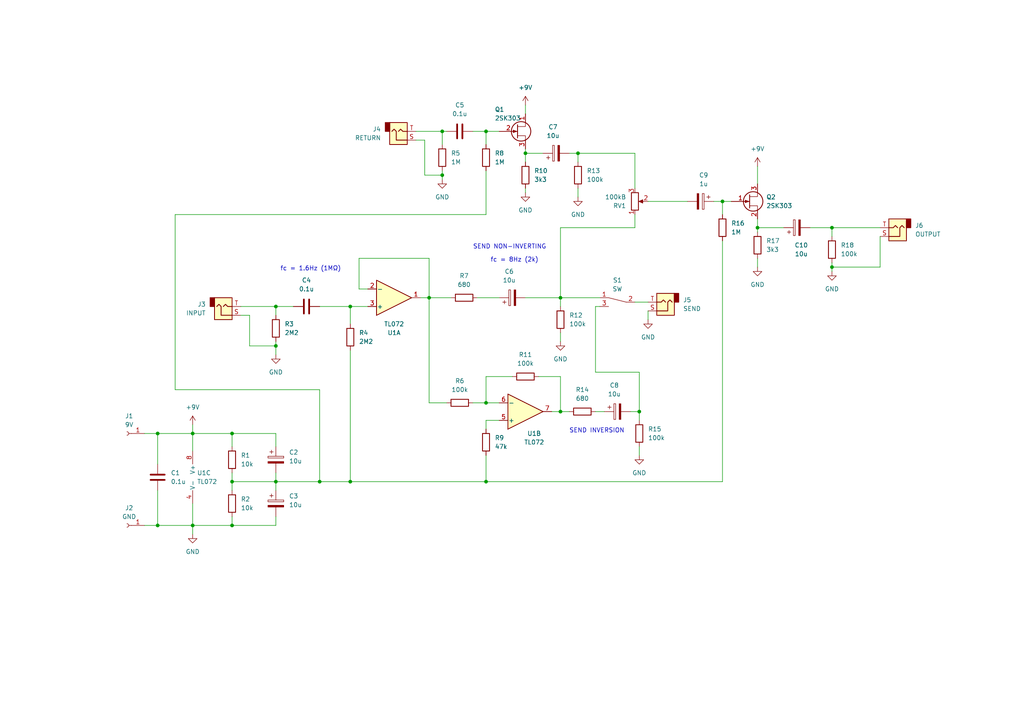
<source format=kicad_sch>
(kicad_sch (version 20211123) (generator eeschema)
  (paper "A4")
  (title_block (title "BLENDER") (date "2023-09-10") (rev "1.1") (company "ARAGI (101010.fun)"))
  (lib_symbols
    (symbol "Amplifier_Operational:TL072" (pin_names (offset 0.127))
      (property "Reference" "U" (at 0 5.08 0))
      (property "Value" "TL072" (at 0 -5.08 0))
      (symbol "TL072_1_1"
        (polyline (pts (xy -5.08 5.08) (xy 5.08 0) (xy -5.08 -5.08) (xy -5.08 5.08)) (stroke (width 0.254)) (fill (type background)))
        (pin output line (at 7.62 0 180) (length 2.54) (name "~") (number "1"))
        (pin input line (at -7.62 -2.54 0) (length 2.54) (name "-") (number "2"))
        (pin input line (at -7.62 2.54 0) (length 2.54) (name "+") (number "3"))
      )
      (symbol "TL072_2_1"
        (polyline (pts (xy -5.08 5.08) (xy 5.08 0) (xy -5.08 -5.08) (xy -5.08 5.08)) (stroke (width 0.254)) (fill (type background)))
        (pin input line (at -7.62 2.54 0) (length 2.54) (name "+") (number "5"))
        (pin input line (at -7.62 -2.54 0) (length 2.54) (name "-") (number "6"))
        (pin output line (at 7.62 0 180) (length 2.54) (name "~") (number "7"))
      )
      (symbol "TL072_3_1"
        (pin power_in line (at -2.54 -7.62 90) (length 3.81) (name "V-") (number "4"))
        (pin power_in line (at -2.54 7.62 270) (length 3.81) (name "V+") (number "8"))
      )
    )
    (symbol "Connector:AudioJack2"
      (property "Reference" "J" (at 0 8.89 0))
      (property "Value" "AudioJack2" (at 0 6.35 0))
      (symbol "AudioJack2_0_1"
        (rectangle (start -3.81 0) (end -2.54 -2.54) (stroke (width 0.254)) (fill (type outline)))
        (rectangle (start -2.54 3.81) (end 2.54 -2.54) (stroke (width 0.254)) (fill (type background)))
        (polyline (pts (xy 0 0) (xy 0.635 -0.635) (xy 1.27 0) (xy 2.54 0)) (stroke (width 0.254)))
        (polyline (pts (xy 2.54 2.54) (xy -0.635 2.54) (xy -0.635 0) (xy -1.27 -0.635) (xy -1.905 0)) (stroke (width 0.254)))
      )
      (symbol "AudioJack2_1_1"
        (pin passive line (at 5.08 2.54 180) (length 2.54) (name "~") (number "S"))
        (pin passive line (at 5.08 0 180) (length 2.54) (name "~") (number "T"))
      )
    )
    (symbol "Connector:Conn_01x01_Female" (pin_names (offset 1.016) hide)
      (property "Reference" "J" (at 0 2.54 0))
      (property "Value" "Conn_01x01_Female" (at 0 -2.54 0))
      (symbol "Conn_01x01_Female_1_1"
        (polyline (pts (xy -1.27 0) (xy -0.508 0)) (stroke (width 0.1524)))
        (arc (start 0 0.508) (mid -0.508 0) (end 0 -0.508) (stroke (width 0.1524)))
        (pin passive line (at -5.08 0 0) (length 3.81) (name "Pin_1") (number "1"))
      )
    )
    (symbol "Device:C" (pin_numbers hide) (pin_names (offset 0.254))
      (property "Reference" "C" (at 0.635 2.54 0))
      (property "Value" "C" (at 0.635 -2.54 0))
      (symbol "C_0_1"
        (polyline (pts (xy -2.032 -0.762) (xy 2.032 -0.762)) (stroke (width 0.508)))
        (polyline (pts (xy -2.032 0.762) (xy 2.032 0.762)) (stroke (width 0.508)))
      )
      (symbol "C_1_1"
        (pin passive line (at 0 3.81 270) (length 2.794) (name "~") (number "1"))
        (pin passive line (at 0 -3.81 90) (length 2.794) (name "~") (number "2"))
      )
    )
    (symbol "Device:C_Polarized" (pin_numbers hide) (pin_names (offset 0.254))
      (property "Reference" "C" (at 0.635 2.54 0))
      (property "Value" "C_Polarized" (at 0.635 -2.54 0))
      (symbol "C_Polarized_0_1"
        (rectangle (start -2.286 0.508) (end 2.286 1.016))
        (polyline (pts (xy -1.778 2.286) (xy -0.762 2.286)))
        (polyline (pts (xy -1.27 2.794) (xy -1.27 1.778)))
        (rectangle (start 2.286 -0.508) (end -2.286 -1.016) (fill (type outline)))
      )
      (symbol "C_Polarized_1_1"
        (pin passive line (at 0 3.81 270) (length 2.794) (name "~") (number "1"))
        (pin passive line (at 0 -3.81 90) (length 2.794) (name "~") (number "2"))
      )
    )
    (symbol "Device:Q_NJFET_DGS" (pin_names (offset 0) hide)
      (property "Reference" "Q" (at 5.08 1.27 0))
      (property "Value" "Q_NJFET_DGS" (at 5.08 -1.27 0))
      (symbol "Q_NJFET_DGS_0_1"
        (polyline (pts (xy 0.254 1.905) (xy 0.254 -1.905) (xy 0.254 -1.905)) (stroke (width 0.254)))
        (polyline (pts (xy 2.54 -2.54) (xy 2.54 -1.27) (xy 0.254 -1.27)))
        (polyline (pts (xy 2.54 2.54) (xy 2.54 1.397) (xy 0.254 1.397)))
        (polyline (pts (xy 0 0) (xy -1.016 0.381) (xy -1.016 -0.381) (xy 0 0)) (fill (type outline)))
        (circle (center 1.27 0) (radius 2.8194) (stroke (width 0.254)))
      )
      (symbol "Q_NJFET_DGS_1_1"
        (pin passive line (at 2.54 5.08 270) (length 2.54) (name "D") (number "1"))
        (pin input line (at -5.08 0 0) (length 5.334) (name "G") (number "2"))
        (pin passive line (at 2.54 -5.08 90) (length 2.54) (name "S") (number "3"))
      )
    )
    (symbol "Device:Q_NJFET_GSD" (pin_names (offset 0) hide)
      (property "Reference" "Q" (at 5.08 1.27 0))
      (property "Value" "Q_NJFET_GSD" (at 5.08 -1.27 0))
      (symbol "Q_NJFET_GSD_0_1"
        (polyline (pts (xy 0.254 1.905) (xy 0.254 -1.905) (xy 0.254 -1.905)) (stroke (width 0.254)))
        (polyline (pts (xy 2.54 -2.54) (xy 2.54 -1.27) (xy 0.254 -1.27)))
        (polyline (pts (xy 2.54 2.54) (xy 2.54 1.397) (xy 0.254 1.397)))
        (polyline (pts (xy 0 0) (xy -1.016 0.381) (xy -1.016 -0.381) (xy 0 0)) (fill (type outline)))
        (circle (center 1.27 0) (radius 2.8194) (stroke (width 0.254)))
      )
      (symbol "Q_NJFET_GSD_1_1"
        (pin input line (at -5.08 0 0) (length 5.334) (name "G") (number "1"))
        (pin passive line (at 2.54 -5.08 90) (length 2.54) (name "S") (number "2"))
        (pin passive line (at 2.54 5.08 270) (length 2.54) (name "D") (number "3"))
      )
    )
    (symbol "Device:R" (pin_numbers hide) (pin_names (offset 0))
      (property "Reference" "R" (at 2.032 0 90))
      (property "Value" "R" (at 0 0 90))
      (symbol "R_0_1"
        (rectangle (start -1.016 -2.54) (end 1.016 2.54) (stroke (width 0.254)))
      )
      (symbol "R_1_1"
        (pin passive line (at 0 3.81 270) (length 1.27) (name "~") (number "1"))
        (pin passive line (at 0 -3.81 90) (length 1.27) (name "~") (number "2"))
      )
    )
    (symbol "Device:R_Potentiometer" (pin_names (offset 1.016) hide)
      (property "Reference" "RV" (at -4.445 0 90))
      (property "Value" "R_Potentiometer" (at -2.54 0 90))
      (symbol "R_Potentiometer_0_1"
        (polyline (pts (xy 2.54 0) (xy 1.524 0)))
        (polyline (pts (xy 1.143 0) (xy 2.286 0.508) (xy 2.286 -0.508) (xy 1.143 0)) (fill (type outline)))
        (rectangle (start 1.016 2.54) (end -1.016 -2.54) (stroke (width 0.254)))
      )
      (symbol "R_Potentiometer_1_1"
        (pin passive line (at 0 3.81 270) (length 1.27) (name "1") (number "1"))
        (pin passive line (at 3.81 0 180) (length 1.27) (name "2") (number "2"))
        (pin passive line (at 0 -3.81 90) (length 1.27) (name "3") (number "3"))
      )
    )
    (symbol "SparkFun-Switches:SWITCH_TOGGLE_SPST_RIGHT_ANGLE" (pin_names (offset 1.016))
      (property "Reference" "S" (at 0 -2.54 0))
      (property "Value" "SWITCH_TOGGLE_SPST_RIGHT_ANGLE" (at 0 3.81 0))
      (symbol "SWITCH_TOGGLE_SPST_RIGHT_ANGLE_0_1"
        (polyline (pts (xy -2.54 0) (xy 2.54 1.27)))
      )
      (symbol "SWITCH_TOGGLE_SPST_RIGHT_ANGLE_1_1"
        (pin output line (at 5.08 1.27 180) (length 2.54) (name "~") (number "1"))
        (pin input line (at -5.08 0 0) (length 2.54) (name "~") (number "2"))
        (pin output line (at 5.08 -1.27 180) (length 2.54) (name "~") (number "3"))
      )
    )
    (symbol "power:+9V" (power) (pin_names (offset 0))
      (property "Value" "+9V" (at 0 3.556 0))
      (symbol "+9V_0_1"
        (polyline (pts (xy -0.762 1.27) (xy 0 2.54)))
        (polyline (pts (xy 0 0) (xy 0 2.54)))
        (polyline (pts (xy 0 2.54) (xy 0.762 1.27)))
      )
      (symbol "+9V_1_1"
        (pin power_in line (at 0 0 90) (length 0) hide (name "+9V") (number "1"))
      )
    )
    (symbol "power:GND" (power) (pin_names (offset 0))
      (property "Value" "GND" (at 0 -3.81 0))
      (symbol "GND_0_1"
        (polyline (pts (xy 0 0) (xy 0 -1.27) (xy 1.27 -1.27) (xy 0 -2.54) (xy -1.27 -1.27) (xy 0 -1.27)))
      )
      (symbol "GND_1_1"
        (pin power_in line (at 0 0 270) (length 0) hide (name "GND") (number "1"))
      )
    )
  )
  (junction (at 167.64 44.45))
  (junction (at 80.01 100.33))
  (junction (at 185.42 119.38))
  (junction (at 209.55 58.42))
  (junction (at 92.71 139.7))
  (junction (at 152.4 44.45))
  (junction (at 219.71 66.04))
  (junction (at 55.88 152.4))
  (junction (at 128.27 50.8))
  (junction (at 162.56 86.36))
  (junction (at 140.97 139.7))
  (junction (at 55.88 125.73))
  (junction (at 101.6 88.9))
  (junction (at 45.72 152.4))
  (junction (at 140.97 116.84))
  (junction (at 67.31 139.7))
  (junction (at 241.3 77.47))
  (junction (at 101.6 139.7))
  (junction (at 67.31 152.4))
  (junction (at 162.56 119.38))
  (junction (at 140.97 38.1))
  (junction (at 80.01 139.7))
  (junction (at 128.27 38.1))
  (junction (at 80.01 88.9))
  (junction (at 124.46 86.36))
  (junction (at 67.31 125.73))
  (junction (at 241.3 66.04))
  (junction (at 45.72 125.73))
  (wire (pts (xy 162.56 96.52) (xy 162.56 99.06)))
  (wire (pts (xy 67.31 149.86) (xy 67.31 152.4)))
  (wire (pts (xy 184.15 66.04) (xy 184.15 62.23)))
  (wire (pts (xy 128.27 38.1) (xy 129.54 38.1)))
  (wire (pts (xy 123.19 50.8) (xy 128.27 50.8)))
  (wire (pts (xy 144.78 121.92) (xy 140.97 121.92)))
  (wire (pts (xy 45.72 142.24) (xy 45.72 152.4)))
  (wire (pts (xy 80.01 88.9) (xy 80.01 91.44)))
  (wire (pts (xy 80.01 149.86) (xy 80.01 152.4)))
  (wire (pts (xy 184.15 87.63) (xy 187.96 87.63)))
  (wire (pts (xy 234.95 66.04) (xy 241.3 66.04)))
  (wire (pts (xy 219.71 66.04) (xy 219.71 67.31)))
  (wire (pts (xy 162.56 109.22) (xy 162.56 119.38)))
  (wire (pts (xy 162.56 86.36) (xy 162.56 66.04)))
  (wire (pts (xy 137.16 38.1) (xy 140.97 38.1)))
  (wire (pts (xy 69.85 88.9) (xy 80.01 88.9)))
  (wire (pts (xy 172.72 119.38) (xy 175.26 119.38)))
  (wire (pts (xy 67.31 152.4) (xy 80.01 152.4)))
  (wire (pts (xy 241.3 66.04) (xy 255.27 66.04)))
  (wire (pts (xy 140.97 38.1) (xy 144.78 38.1)))
  (wire (pts (xy 124.46 86.36) (xy 121.92 86.36)))
  (wire (pts (xy 138.43 86.36) (xy 144.78 86.36)))
  (wire (pts (xy 80.01 139.7) (xy 80.01 142.24)))
  (wire (pts (xy 85.09 88.9) (xy 80.01 88.9)))
  (wire (pts (xy 50.8 113.03) (xy 92.71 113.03)))
  (wire (pts (xy 67.31 139.7) (xy 80.01 139.7)))
  (wire (pts (xy 104.14 83.82) (xy 104.14 74.93)))
  (wire (pts (xy 185.42 107.95) (xy 185.42 119.38)))
  (wire (pts (xy 55.88 125.73) (xy 45.72 125.73)))
  (wire (pts (xy 128.27 49.53) (xy 128.27 50.8)))
  (wire (pts (xy 172.72 88.9) (xy 173.99 88.9)))
  (wire (pts (xy 101.6 88.9) (xy 101.6 93.98)))
  (wire (pts (xy 152.4 44.45) (xy 157.48 44.45)))
  (wire (pts (xy 69.85 91.44) (xy 72.39 91.44)))
  (wire (pts (xy 167.64 44.45) (xy 184.15 44.45)))
  (wire (pts (xy 92.71 113.03) (xy 92.71 139.7)))
  (wire (pts (xy 67.31 139.7) (xy 67.31 142.24)))
  (wire (pts (xy 140.97 139.7) (xy 140.97 132.08)))
  (wire (pts (xy 101.6 139.7) (xy 140.97 139.7)))
  (wire (pts (xy 123.19 40.64) (xy 123.19 50.8)))
  (wire (pts (xy 140.97 116.84) (xy 140.97 109.22)))
  (wire (pts (xy 241.3 66.04) (xy 241.3 68.58)))
  (wire (pts (xy 80.01 125.73) (xy 67.31 125.73)))
  (wire (pts (xy 185.42 119.38) (xy 185.42 121.92)))
  (wire (pts (xy 167.64 44.45) (xy 167.64 46.99)))
  (wire (pts (xy 152.4 86.36) (xy 162.56 86.36)))
  (wire (pts (xy 162.56 66.04) (xy 184.15 66.04)))
  (wire (pts (xy 140.97 38.1) (xy 140.97 41.91)))
  (wire (pts (xy 162.56 119.38) (xy 160.02 119.38)))
  (wire (pts (xy 241.3 77.47) (xy 241.3 78.74)))
  (wire (pts (xy 124.46 74.93) (xy 124.46 86.36)))
  (wire (pts (xy 80.01 139.7) (xy 92.71 139.7)))
  (wire (pts (xy 67.31 125.73) (xy 67.31 129.54)))
  (wire (pts (xy 182.88 119.38) (xy 185.42 119.38)))
  (wire (pts (xy 41.91 152.4) (xy 45.72 152.4)))
  (wire (pts (xy 120.65 38.1) (xy 128.27 38.1)))
  (wire (pts (xy 140.97 116.84) (xy 144.78 116.84)))
  (wire (pts (xy 187.96 58.42) (xy 199.39 58.42)))
  (wire (pts (xy 80.01 129.54) (xy 80.01 125.73)))
  (wire (pts (xy 55.88 146.05) (xy 55.88 152.4)))
  (wire (pts (xy 92.71 88.9) (xy 101.6 88.9)))
  (wire (pts (xy 219.71 63.5) (xy 219.71 66.04)))
  (wire (pts (xy 219.71 66.04) (xy 227.33 66.04)))
  (wire (pts (xy 209.55 58.42) (xy 209.55 62.23)))
  (wire (pts (xy 55.88 125.73) (xy 55.88 130.81)))
  (wire (pts (xy 128.27 50.8) (xy 128.27 52.07)))
  (wire (pts (xy 187.96 90.17) (xy 187.96 92.71)))
  (wire (pts (xy 165.1 44.45) (xy 167.64 44.45)))
  (wire (pts (xy 172.72 107.95) (xy 185.42 107.95)))
  (wire (pts (xy 167.64 54.61) (xy 167.64 57.15)))
  (wire (pts (xy 255.27 68.58) (xy 255.27 77.47)))
  (wire (pts (xy 101.6 88.9) (xy 106.68 88.9)))
  (wire (pts (xy 152.4 44.45) (xy 152.4 46.99)))
  (wire (pts (xy 152.4 54.61) (xy 152.4 55.88)))
  (wire (pts (xy 92.71 139.7) (xy 101.6 139.7)))
  (wire (pts (xy 140.97 49.53) (xy 140.97 62.23)))
  (wire (pts (xy 80.01 137.16) (xy 80.01 139.7)))
  (wire (pts (xy 45.72 125.73) (xy 45.72 134.62)))
  (wire (pts (xy 72.39 100.33) (xy 80.01 100.33)))
  (wire (pts (xy 140.97 121.92) (xy 140.97 124.46)))
  (wire (pts (xy 152.4 43.18) (xy 152.4 44.45)))
  (wire (pts (xy 67.31 125.73) (xy 55.88 125.73)))
  (wire (pts (xy 124.46 86.36) (xy 124.46 116.84)))
  (wire (pts (xy 209.55 69.85) (xy 209.55 139.7)))
  (wire (pts (xy 209.55 58.42) (xy 212.09 58.42)))
  (wire (pts (xy 184.15 44.45) (xy 184.15 54.61)))
  (wire (pts (xy 185.42 129.54) (xy 185.42 132.08)))
  (wire (pts (xy 152.4 30.48) (xy 152.4 33.02)))
  (wire (pts (xy 55.88 123.19) (xy 55.88 125.73)))
  (wire (pts (xy 80.01 99.06) (xy 80.01 100.33)))
  (wire (pts (xy 219.71 74.93) (xy 219.71 77.47)))
  (wire (pts (xy 162.56 86.36) (xy 162.56 88.9)))
  (wire (pts (xy 207.01 58.42) (xy 209.55 58.42)))
  (wire (pts (xy 140.97 109.22) (xy 148.59 109.22)))
  (wire (pts (xy 106.68 83.82) (xy 104.14 83.82)))
  (wire (pts (xy 241.3 77.47) (xy 255.27 77.47)))
  (wire (pts (xy 137.16 116.84) (xy 140.97 116.84)))
  (wire (pts (xy 72.39 91.44) (xy 72.39 100.33)))
  (wire (pts (xy 140.97 62.23) (xy 50.8 62.23)))
  (wire (pts (xy 241.3 76.2) (xy 241.3 77.47)))
  (wire (pts (xy 50.8 62.23) (xy 50.8 113.03)))
  (wire (pts (xy 101.6 139.7) (xy 101.6 101.6)))
  (wire (pts (xy 55.88 152.4) (xy 67.31 152.4)))
  (wire (pts (xy 124.46 86.36) (xy 130.81 86.36)))
  (wire (pts (xy 104.14 74.93) (xy 124.46 74.93)))
  (wire (pts (xy 172.72 88.9) (xy 172.72 107.95)))
  (wire (pts (xy 140.97 139.7) (xy 209.55 139.7)))
  (wire (pts (xy 80.01 102.87) (xy 80.01 100.33)))
  (wire (pts (xy 67.31 137.16) (xy 67.31 139.7)))
  (wire (pts (xy 120.65 40.64) (xy 123.19 40.64)))
  (wire (pts (xy 162.56 119.38) (xy 165.1 119.38)))
  (wire (pts (xy 128.27 38.1) (xy 128.27 41.91)))
  (wire (pts (xy 45.72 152.4) (xy 55.88 152.4)))
  (wire (pts (xy 124.46 116.84) (xy 129.54 116.84)))
  (wire (pts (xy 219.71 48.26) (xy 219.71 53.34)))
  (wire (pts (xy 41.91 125.73) (xy 45.72 125.73)))
  (wire (pts (xy 156.21 109.22) (xy 162.56 109.22)))
  (wire (pts (xy 55.88 152.4) (xy 55.88 154.94)))
  (wire (pts (xy 162.56 86.36) (xy 173.99 86.36)))
  (text "SEND NON-INVERTING" (at 137.16 72.39 0) (effects (font (size 1.27 1.27)) (justify left bottom)))
  (text "fc = 1.6Hz (1MΩ)" (at 81.28 78.74 0) (effects (font (size 1.27 1.27)) (justify left bottom)))
  (text "SEND INVERSION" (at 165.1 125.73 0) (effects (font (size 1.27 1.27)) (justify left bottom)))
  (text "fc = 8Hz (2k)" (at 142.24 76.2 0) (effects (font (size 1.27 1.27)) (justify left bottom)))
  (symbol (lib_id "Device:R") (at 168.91 119.38 90) (unit 1)
    (property "Reference" "R14" (at 168.91 113.03 90))
    (property "Value" "680" (at 168.91 115.57 90))
    (property "Footprint" "My_Parts:R_Normal" (effects hide))
  )
  (symbol (lib_id "Device:R") (at 140.97 45.72 0) (unit 1)
    (property "Reference" "R8" (at 143.51 44.4499 0) (effects (justify left)))
    (property "Value" "1M" (at 143.51 46.9899 0) (effects (justify left)))
    (property "Footprint" "My_Parts:R_Normal" (effects hide))
  )
  (symbol (lib_id "power:+9V") (at 152.4 30.48 0) (unit 1)
    (property "Reference" "#PWR05" (effects hide))
    (property "Value" "+9V" (at 152.4 25.4 0))
  )
  (symbol (lib_id "Device:R") (at 219.71 71.12 0) (unit 1)
    (property "Reference" "R17" (at 222.25 69.8499 0) (effects (justify left)))
    (property "Value" "3k3" (at 222.25 72.3899 0) (effects (justify left)))
    (property "Footprint" "My_Parts:R_Normal" (effects hide))
  )
  (symbol (lib_id "power:GND") (at 80.01 102.87 0) (unit 1)
    (property "Reference" "#PWR03" (effects hide))
    (property "Value" "GND" (at 80.01 107.95 0))
  )
  (symbol (lib_id "Device:Q_NJFET_GSD") (at 217.17 58.42 0) (unit 1)
    (property "Reference" "Q2" (at 222.25 57.1499 0) (effects (justify left)))
    (property "Value" "2SK303" (at 222.25 59.6899 0) (effects (justify left)))
    (property "Footprint" "My_Parts:FET_GSD" (effects hide))
  )
  (symbol (lib_id "Device:R") (at 67.31 146.05 0) (unit 1)
    (property "Reference" "R2" (at 69.85 144.7799 0) (effects (justify left)))
    (property "Value" "10k" (at 69.85 147.3199 0) (effects (justify left)))
    (property "Footprint" "My_Parts:R_Normal" (effects hide))
  )
  (symbol (lib_id "Device:R") (at 140.97 128.27 0) (unit 1)
    (property "Reference" "R9" (at 143.51 126.9999 0) (effects (justify left)))
    (property "Value" "47k" (at 143.51 129.5399 0) (effects (justify left)))
    (property "Footprint" "My_Parts:R_Normal" (effects hide))
  )
  (symbol (lib_id "Device:R") (at 67.31 133.35 0) (unit 1)
    (property "Reference" "R1" (at 69.85 132.0799 0) (effects (justify left)))
    (property "Value" "10k" (at 69.85 134.6199 0) (effects (justify left)))
    (property "Footprint" "My_Parts:R_Normal" (effects hide))
  )
  (symbol (lib_id "Device:C_Polarized") (at 80.01 133.35 0) (unit 1)
    (property "Reference" "C2" (at 83.82 131.1909 0) (effects (justify left)))
    (property "Value" "10u" (at 83.82 133.7309 0) (effects (justify left)))
    (property "Footprint" "My_Parts:CP_5mm" (effects hide))
  )
  (symbol (lib_id "Device:C") (at 45.72 138.43 0) (unit 1)
    (property "Reference" "C1" (at 49.53 137.1599 0) (effects (justify left)))
    (property "Value" "0.1u" (at 49.53 139.6999 0) (effects (justify left)))
    (property "Footprint" "My_Parts:C_Poly_5mm" (effects hide))
  )
  (symbol (lib_id "Device:R") (at 167.64 50.8 180) (unit 1)
    (property "Reference" "R13" (at 170.18 49.5299 0) (effects (justify right)))
    (property "Value" "100k" (at 170.18 52.0699 0) (effects (justify right)))
  )
  (symbol (lib_id "Device:R") (at 101.6 97.79 0) (unit 1)
    (property "Reference" "R4" (at 104.14 96.5199 0) (effects (justify left)))
    (property "Value" "2M2" (at 104.14 99.0599 0) (effects (justify left)))
    (property "Footprint" "My_Parts:R_Normal" (effects hide))
  )
  (symbol (lib_id "Device:C_Polarized") (at 161.29 44.45 90) (unit 1)
    (property "Reference" "C7" (at 160.401 36.83 90))
    (property "Value" "10u" (at 160.401 39.37 90))
  )
  (symbol (lib_id "Amplifier_Operational:TL072") (at 152.4 119.38 0) (mirror x) (unit 2)
    (property "Reference" "U1" (at 154.94 125.73 0))
    (property "Value" "TL072" (at 154.94 128.27 0))
    (property "Footprint" "My_Parts:DIP-8" (effects hide))
    (property "Datasheet" "http://www.ti.com/lit/ds/symlink/tl071.pdf" (effects hide))
  )
  (symbol (lib_id "power:GND") (at 55.88 154.94 0) (unit 1)
    (property "Reference" "#PWR02" (effects hide))
    (property "Value" "GND" (at 55.88 160.02 0))
  )
  (symbol (lib_id "SparkFun-Switches:SWITCH_TOGGLE_SPST_RIGHT_ANGLE") (at 179.07 87.63 0) (mirror y) (unit 1)
    (property "Reference" "S1" (at 179.07 81.28 0))
    (property "Value" "SW" (at 179.07 83.82 0))
    (property "Field4" "PRT-13888" (effects hide))
  )
  (symbol (lib_id "Device:C") (at 133.35 38.1 90) (unit 1)
    (property "Reference" "C5" (at 133.35 30.48 90))
    (property "Value" "0.1u" (at 133.35 33.02 90))
    (property "Footprint" "My_Parts:C_Poly_5mm" (effects hide))
  )
  (symbol (lib_id "Device:R") (at 162.56 92.71 0) (unit 1)
    (property "Reference" "R12" (at 165.1 91.4399 0) (effects (justify left)))
    (property "Value" "100k" (at 165.1 93.9799 0) (effects (justify left)))
    (property "Footprint" "My_Parts:R_Normal" (effects hide))
  )
  (symbol (lib_id "power:GND") (at 185.42 132.08 0) (unit 1)
    (property "Reference" "#PWR09" (effects hide))
    (property "Value" "GND" (at 185.42 137.16 0))
  )
  (symbol (lib_id "power:+9V") (at 55.88 123.19 0) (unit 1)
    (property "Reference" "#PWR01" (effects hide))
    (property "Value" "+9V" (at 55.88 118.11 0))
  )
  (symbol (lib_id "Device:R_Potentiometer") (at 184.15 58.42 0) (mirror x) (unit 1)
    (property "Reference" "RV1" (at 181.61 59.6901 0) (effects (justify right)))
    (property "Value" "100kB" (at 181.61 57.1501 0) (effects (justify right)))
    (property "Footprint" "My_Parts:POT_for_FuzzFace" (effects hide))
  )
  (symbol (lib_id "Device:Q_NJFET_DGS") (at 149.86 38.1 0) (unit 1)
    (property "Reference" "Q1" (at 143.51 31.75 0) (effects (justify left)))
    (property "Value" "2SK303" (at 143.51 34.29 0) (effects (justify left)))
    (property "Footprint" "My_Parts:FET_GSD" (effects hide))
  )
  (symbol (lib_id "Device:R") (at 128.27 45.72 0) (unit 1)
    (property "Reference" "R5" (at 130.81 44.4499 0) (effects (justify left)))
    (property "Value" "1M" (at 130.81 46.9899 0) (effects (justify left)))
    (property "Footprint" "My_Parts:R_Normal" (effects hide))
  )
  (symbol (lib_id "power:GND") (at 219.71 77.47 0) (unit 1)
    (property "Reference" "#PWR012" (effects hide))
    (property "Value" "GND" (at 219.71 82.55 0))
  )
  (symbol (lib_id "Device:C_Polarized") (at 80.01 146.05 0) (unit 1)
    (property "Reference" "C3" (at 83.82 143.8909 0) (effects (justify left)))
    (property "Value" "10u" (at 83.82 146.4309 0) (effects (justify left)))
    (property "Footprint" "My_Parts:CP_5mm" (effects hide))
  )
  (symbol (lib_id "Device:R") (at 185.42 125.73 0) (unit 1)
    (property "Reference" "R15" (at 187.96 124.4599 0) (effects (justify left)))
    (property "Value" "100k" (at 187.96 126.9999 0) (effects (justify left)))
    (property "Footprint" "My_Parts:R_Normal" (effects hide))
  )
  (symbol (lib_id "Connector:AudioJack2") (at 115.57 38.1 0) (mirror x) (unit 1)
    (property "Reference" "J4" (at 110.49 37.4649 0) (effects (justify right)))
    (property "Value" "RETURN" (at 110.49 40.0049 0) (effects (justify right)))
  )
  (symbol (lib_id "power:GND") (at 167.64 57.15 0) (unit 1)
    (property "Reference" "#PWR08" (effects hide))
    (property "Value" "GND" (at 167.64 62.23 0))
  )
  (symbol (lib_id "Connector:Conn_01x01_Female") (at 36.83 152.4 180) (unit 1)
    (property "Reference" "J2" (at 37.465 147.32 0))
    (property "Value" "GND" (at 37.465 149.86 0))
    (property "Footprint" "My_Parts:Header_Pin_1p" (effects hide))
  )
  (symbol (lib_id "Connector:AudioJack2") (at 260.35 66.04 180) (unit 1)
    (property "Reference" "J6" (at 265.43 65.4049 0) (effects (justify right)))
    (property "Value" "OUTPUT" (at 265.43 67.9449 0) (effects (justify right)))
  )
  (symbol (lib_id "Connector:Conn_01x01_Female") (at 36.83 125.73 180) (unit 1)
    (property "Reference" "J1" (at 37.465 120.65 0))
    (property "Value" "9V" (at 37.465 123.19 0))
    (property "Footprint" "My_Parts:Header_Pin_1p" (effects hide))
  )
  (symbol (lib_id "power:+9V") (at 219.71 48.26 0) (unit 1)
    (property "Reference" "#PWR011" (effects hide))
    (property "Value" "+9V" (at 219.71 43.18 0))
  )
  (symbol (lib_id "Device:C_Polarized") (at 203.2 58.42 270) (unit 1)
    (property "Reference" "C9" (at 204.089 50.8 90))
    (property "Value" "1u" (at 204.089 53.34 90))
    (property "Footprint" "My_Parts:CP_5mm" (effects hide))
  )
  (symbol (lib_id "Connector:AudioJack2") (at 64.77 88.9 0) (mirror x) (unit 1)
    (property "Reference" "J3" (at 59.69 88.2649 0) (effects (justify right)))
    (property "Value" "INPUT" (at 59.69 90.8049 0) (effects (justify right)))
  )
  (symbol (lib_id "Connector:AudioJack2") (at 193.04 87.63 180) (unit 1)
    (property "Reference" "J5" (at 198.12 86.9949 0) (effects (justify right)))
    (property "Value" "SEND" (at 198.12 89.5349 0) (effects (justify right)))
  )
  (symbol (lib_id "Device:R") (at 133.35 116.84 90) (unit 1)
    (property "Reference" "R6" (at 133.35 110.49 90))
    (property "Value" "100k" (at 133.35 113.03 90))
    (property "Footprint" "My_Parts:R_Normal" (effects hide))
  )
  (symbol (lib_id "Device:C_Polarized") (at 148.59 86.36 90) (unit 1)
    (property "Reference" "C6" (at 147.701 78.74 90))
    (property "Value" "10u" (at 147.701 81.28 90))
    (property "Footprint" "My_Parts:CP_5mm" (effects hide))
  )
  (symbol (lib_id "Device:R") (at 152.4 109.22 90) (unit 1)
    (property "Reference" "R11" (at 152.4 102.87 90))
    (property "Value" "100k" (at 152.4 105.41 90))
    (property "Footprint" "My_Parts:R_Normal" (effects hide))
  )
  (symbol (lib_id "Amplifier_Operational:TL072") (at 114.3 86.36 0) (mirror x) (unit 1)
    (property "Reference" "U1" (at 114.3 96.52 0))
    (property "Value" "TL072" (at 114.3 93.98 0))
    (property "Footprint" "My_Parts:DIP-8" (effects hide))
    (property "Datasheet" "http://www.ti.com/lit/ds/symlink/tl071.pdf" (effects hide))
  )
  (symbol (lib_id "Device:R") (at 209.55 66.04 0) (unit 1)
    (property "Reference" "R16" (at 212.09 64.7699 0) (effects (justify left)))
    (property "Value" "1M" (at 212.09 67.3099 0) (effects (justify left)))
    (property "Footprint" "My_Parts:R_Normal" (effects hide))
  )
  (symbol (lib_id "power:GND") (at 187.96 92.71 0) (unit 1)
    (property "Reference" "#PWR010" (effects hide))
    (property "Value" "GND" (at 187.96 97.79 0))
  )
  (symbol (lib_id "Device:C") (at 88.9 88.9 90) (unit 1)
    (property "Reference" "C4" (at 88.9 81.28 90))
    (property "Value" "0.1u" (at 88.9 83.82 90))
    (property "Footprint" "My_Parts:C_Poly_5mm" (effects hide))
  )
  (symbol (lib_id "Device:R") (at 241.3 72.39 0) (unit 1)
    (property "Reference" "R18" (at 243.84 71.1199 0) (effects (justify left)))
    (property "Value" "100k" (at 243.84 73.6599 0) (effects (justify left)))
    (property "Footprint" "My_Parts:R_Normal" (effects hide))
  )
  (symbol (lib_id "power:GND") (at 241.3 78.74 0) (unit 1)
    (property "Reference" "#PWR013" (effects hide))
    (property "Value" "GND" (at 241.3 83.82 0))
  )
  (symbol (lib_id "Amplifier_Operational:TL072") (at 58.42 138.43 0) (unit 3)
    (property "Reference" "U1" (at 57.15 137.1599 0) (effects (justify left)))
    (property "Value" "TL072" (at 57.15 139.6999 0) (effects (justify left)))
    (property "Footprint" "My_Parts:DIP-8" (effects hide))
    (property "Datasheet" "http://www.ti.com/lit/ds/symlink/tl071.pdf" (effects hide))
  )
  (symbol (lib_id "power:GND") (at 162.56 99.06 0) (unit 1)
    (property "Reference" "#PWR07" (effects hide))
    (property "Value" "GND" (at 162.56 104.14 0))
  )
  (symbol (lib_id "Device:R") (at 80.01 95.25 0) (unit 1)
    (property "Reference" "R3" (at 82.55 93.9799 0) (effects (justify left)))
    (property "Value" "2M2" (at 82.55 96.5199 0) (effects (justify left)))
    (property "Footprint" "My_Parts:R_Normal" (effects hide))
  )
  (symbol (lib_id "power:GND") (at 152.4 55.88 0) (unit 1)
    (property "Reference" "#PWR06" (effects hide))
    (property "Value" "GND" (at 152.4 60.96 0))
  )
  (symbol (lib_id "Device:R") (at 134.62 86.36 90) (unit 1)
    (property "Reference" "R7" (at 134.62 80.01 90))
    (property "Value" "680" (at 134.62 82.55 90))
    (property "Footprint" "My_Parts:R_Normal" (effects hide))
  )
  (symbol (lib_id "Device:C_Polarized") (at 179.07 119.38 90) (mirror x) (unit 1)
    (property "Reference" "C8" (at 178.181 111.76 90))
    (property "Value" "10u" (at 178.181 114.3 90))
    (property "Footprint" "My_Parts:CP_5mm" (effects hide))
  )
  (symbol (lib_id "Device:R") (at 152.4 50.8 0) (unit 1)
    (property "Reference" "R10" (at 154.94 49.5299 0) (effects (justify left)))
    (property "Value" "3k3" (at 154.94 52.0699 0) (effects (justify left)))
    (property "Footprint" "My_Parts:R_Normal" (effects hide))
  )
  (symbol (lib_id "Device:C_Polarized") (at 231.14 66.04 90) (unit 1)
    (property "Reference" "C10" (at 232.41 71.12 90))
    (property "Value" "10u" (at 232.41 73.66 90))
    (property "Footprint" "My_Parts:CP_5mm" (effects hide))
  )
  (symbol (lib_id "power:GND") (at 128.27 52.07 0) (unit 1)
    (property "Reference" "#PWR04" (effects hide))
    (property "Value" "GND" (at 128.27 57.15 0))
  )
)
</source>
